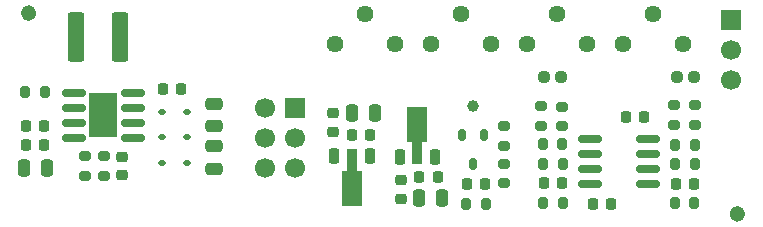
<source format=gbr>
%TF.GenerationSoftware,KiCad,Pcbnew,9.0.6-9.0.6~ubuntu24.04.1*%
%TF.CreationDate,2025-11-20T00:47:47+08:00*%
%TF.ProjectId,ksoloti-gills-cv-expander,6b736f6c-6f74-4692-9d67-696c6c732d63,v0.3*%
%TF.SameCoordinates,Original*%
%TF.FileFunction,Soldermask,Top*%
%TF.FilePolarity,Negative*%
%FSLAX46Y46*%
G04 Gerber Fmt 4.6, Leading zero omitted, Abs format (unit mm)*
G04 Created by KiCad (PCBNEW 9.0.6-9.0.6~ubuntu24.04.1) date 2025-11-20 00:47:47*
%MOMM*%
%LPD*%
G01*
G04 APERTURE LIST*
G04 Aperture macros list*
%AMRoundRect*
0 Rectangle with rounded corners*
0 $1 Rounding radius*
0 $2 $3 $4 $5 $6 $7 $8 $9 X,Y pos of 4 corners*
0 Add a 4 corners polygon primitive as box body*
4,1,4,$2,$3,$4,$5,$6,$7,$8,$9,$2,$3,0*
0 Add four circle primitives for the rounded corners*
1,1,$1+$1,$2,$3*
1,1,$1+$1,$4,$5*
1,1,$1+$1,$6,$7*
1,1,$1+$1,$8,$9*
0 Add four rect primitives between the rounded corners*
20,1,$1+$1,$2,$3,$4,$5,0*
20,1,$1+$1,$4,$5,$6,$7,0*
20,1,$1+$1,$6,$7,$8,$9,0*
20,1,$1+$1,$8,$9,$2,$3,0*%
%AMFreePoly0*
4,1,9,3.862500,-0.866500,0.937500,-0.866500,0.937500,-0.450000,-0.937500,-0.450000,-0.937500,0.450000,0.937500,0.450000,0.937500,0.866500,3.862500,0.866500,3.862500,-0.866500,3.862500,-0.866500,$1*%
G04 Aperture macros list end*
%ADD10C,0.650000*%
%ADD11RoundRect,0.250000X0.250000X0.475000X-0.250000X0.475000X-0.250000X-0.475000X0.250000X-0.475000X0*%
%ADD12RoundRect,0.200000X0.200000X0.275000X-0.200000X0.275000X-0.200000X-0.275000X0.200000X-0.275000X0*%
%ADD13RoundRect,0.237500X0.237500X0.237500X-0.237500X0.237500X-0.237500X-0.237500X0.237500X-0.237500X0*%
%ADD14RoundRect,0.225000X0.225000X0.250000X-0.225000X0.250000X-0.225000X-0.250000X0.225000X-0.250000X0*%
%ADD15RoundRect,0.225000X-0.225000X-0.250000X0.225000X-0.250000X0.225000X0.250000X-0.225000X0.250000X0*%
%ADD16RoundRect,0.200000X-0.200000X-0.275000X0.200000X-0.275000X0.200000X0.275000X-0.200000X0.275000X0*%
%ADD17RoundRect,0.175000X-0.175000X0.325000X-0.175000X-0.325000X0.175000X-0.325000X0.175000X0.325000X0*%
%ADD18RoundRect,0.112500X-0.187500X-0.112500X0.187500X-0.112500X0.187500X0.112500X-0.187500X0.112500X0*%
%ADD19RoundRect,0.200000X-0.275000X0.200000X-0.275000X-0.200000X0.275000X-0.200000X0.275000X0.200000X0*%
%ADD20RoundRect,0.112500X0.187500X0.112500X-0.187500X0.112500X-0.187500X-0.112500X0.187500X-0.112500X0*%
%ADD21RoundRect,0.225000X-0.250000X0.225000X-0.250000X-0.225000X0.250000X-0.225000X0.250000X0.225000X0*%
%ADD22RoundRect,0.200000X0.275000X-0.200000X0.275000X0.200000X-0.275000X0.200000X-0.275000X-0.200000X0*%
%ADD23RoundRect,0.225000X0.250000X-0.225000X0.250000X0.225000X-0.250000X0.225000X-0.250000X-0.225000X0*%
%ADD24RoundRect,0.150000X-0.825000X-0.150000X0.825000X-0.150000X0.825000X0.150000X-0.825000X0.150000X0*%
%ADD25R,2.410000X3.810000*%
%ADD26RoundRect,0.250000X0.475000X-0.250000X0.475000X0.250000X-0.475000X0.250000X-0.475000X-0.250000X0*%
%ADD27RoundRect,0.225000X0.225000X-0.425000X0.225000X0.425000X-0.225000X0.425000X-0.225000X-0.425000X0*%
%ADD28FreePoly0,90.000000*%
%ADD29RoundRect,0.150000X0.825000X0.150000X-0.825000X0.150000X-0.825000X-0.150000X0.825000X-0.150000X0*%
%ADD30RoundRect,0.249999X-0.450001X-1.850001X0.450001X-1.850001X0.450001X1.850001X-0.450001X1.850001X0*%
%ADD31C,1.000000*%
%ADD32RoundRect,0.225000X-0.225000X0.425000X-0.225000X-0.425000X0.225000X-0.425000X0.225000X0.425000X0*%
%ADD33FreePoly0,270.000000*%
%ADD34C,1.440000*%
%ADD35R,1.700000X1.700000*%
%ADD36C,1.700000*%
G04 APERTURE END LIST*
%TO.C,FID1*%
D10*
X-22215000Y8000000D02*
G75*
G02*
X-22865000Y8000000I-325000J0D01*
G01*
X-22865000Y8000000D02*
G75*
G02*
X-22215000Y8000000I325000J0D01*
G01*
%TO.C,FID2*%
X37785000Y-9000000D02*
G75*
G02*
X37135000Y-9000000I-325000J0D01*
G01*
X37135000Y-9000000D02*
G75*
G02*
X37785000Y-9000000I325000J0D01*
G01*
%TD*%
D11*
%TO.C,C16*%
X12440000Y-7683000D03*
X10540000Y-7683000D03*
%TD*%
D12*
%TO.C,R14*%
X33847000Y-3156000D03*
X32197000Y-3156000D03*
%TD*%
D13*
%TO.C,JP1*%
X22540000Y2555000D03*
X21090000Y2555000D03*
%TD*%
D14*
%TO.C,C4*%
X16113000Y-6477000D03*
X14563000Y-6477000D03*
%TD*%
D11*
%TO.C,C1*%
X-21021000Y-5110000D03*
X-22921000Y-5110000D03*
%TD*%
D15*
%TO.C,C7*%
X25231000Y-8185000D03*
X26781000Y-8185000D03*
%TD*%
D16*
%TO.C,R13*%
X20990000Y-3105000D03*
X22640000Y-3105000D03*
%TD*%
%TO.C,R12*%
X32197000Y-4791000D03*
X33847000Y-4791000D03*
%TD*%
D15*
%TO.C,C18*%
X32247000Y-6442000D03*
X33797000Y-6442000D03*
%TD*%
D17*
%TO.C,U4*%
X16034000Y-2356000D03*
X14134000Y-2356000D03*
X15084000Y-4756000D03*
%TD*%
D11*
%TO.C,C15*%
X6750400Y-494800D03*
X4850400Y-494800D03*
%TD*%
D16*
%TO.C,R15*%
X21021000Y-8058000D03*
X22671000Y-8058000D03*
%TD*%
D18*
%TO.C,D2*%
X-11212000Y-4684000D03*
X-9112000Y-4684000D03*
%TD*%
D19*
%TO.C,R8*%
X22601000Y82000D03*
X22601000Y-1568000D03*
%TD*%
D20*
%TO.C,D1*%
X-9113200Y-2525000D03*
X-11213200Y-2525000D03*
%TD*%
D14*
%TO.C,C14*%
X12083099Y-5905000D03*
X10533099Y-5905000D03*
%TD*%
D21*
%TO.C,C12*%
X8950000Y-6146000D03*
X8950000Y-7696000D03*
%TD*%
D22*
%TO.C,R5*%
X-16196000Y-5782000D03*
X-16196000Y-4132000D03*
%TD*%
D14*
%TO.C,C8*%
X29597200Y-819000D03*
X28047200Y-819000D03*
%TD*%
D12*
%TO.C,R11*%
X22671000Y-4791000D03*
X21021000Y-4791000D03*
%TD*%
D19*
%TO.C,R9*%
X32126000Y209000D03*
X32126000Y-1441000D03*
%TD*%
D23*
%TO.C,C6*%
X-14605000Y-5745000D03*
X-14605000Y-4195000D03*
%TD*%
D14*
%TO.C,C2*%
X-21202800Y-3205000D03*
X-22752800Y-3205000D03*
%TD*%
D12*
%TO.C,R16*%
X33816000Y-8058000D03*
X32166000Y-8058000D03*
%TD*%
D24*
%TO.C,U1*%
X-18672800Y1240000D03*
X-18672800Y-30000D03*
X-18672800Y-1300000D03*
X-18672800Y-2570000D03*
X-13722800Y-2570000D03*
X-13722800Y-1300000D03*
X-13722800Y-30000D03*
X-13722800Y1240000D03*
D25*
X-16197800Y-665000D03*
%TD*%
D16*
%TO.C,R4*%
X-22802800Y1294000D03*
X-21152800Y1294000D03*
%TD*%
D14*
%TO.C,C13*%
X6372200Y-2323600D03*
X4822200Y-2323600D03*
%TD*%
D20*
%TO.C,D3*%
X-9112000Y-366000D03*
X-11212000Y-366000D03*
%TD*%
D14*
%TO.C,C3*%
X-21202800Y-1554000D03*
X-22752800Y-1554000D03*
%TD*%
D15*
%TO.C,C5*%
X-11192200Y1539000D03*
X-9642200Y1539000D03*
%TD*%
D26*
%TO.C,C9*%
X-6863000Y-5171000D03*
X-6863000Y-3271000D03*
%TD*%
D27*
%TO.C,U3*%
X8885000Y-4142651D03*
D28*
X10385000Y-3855151D03*
D27*
X11885000Y-4142651D03*
%TD*%
D29*
%TO.C,U5*%
X29909000Y-6442000D03*
X29909000Y-5172000D03*
X29909000Y-3902000D03*
X29909000Y-2632000D03*
X24959000Y-2632000D03*
X24959000Y-3902000D03*
X24959000Y-5172000D03*
X24959000Y-6442000D03*
%TD*%
D22*
%TO.C,R1*%
X17751000Y-6413000D03*
X17751000Y-4763000D03*
%TD*%
D19*
%TO.C,R7*%
X20823000Y106000D03*
X20823000Y-1544000D03*
%TD*%
D16*
%TO.C,R3*%
X14513000Y-8128000D03*
X16163000Y-8128000D03*
%TD*%
D26*
%TO.C,C10*%
X-6863000Y-1570000D03*
X-6863000Y330000D03*
%TD*%
D19*
%TO.C,R6*%
X-17783000Y-4132000D03*
X-17783000Y-5782000D03*
%TD*%
D30*
%TO.C,L1*%
X-18487000Y6000000D03*
X-14787000Y6000000D03*
%TD*%
D15*
%TO.C,C17*%
X21071000Y-6407000D03*
X22621000Y-6407000D03*
%TD*%
D31*
%TO.C,TP1*%
X15113000Y127000D03*
%TD*%
D22*
%TO.C,R2*%
X17751000Y-3238000D03*
X17751000Y-1588000D03*
%TD*%
D32*
%TO.C,U2*%
X6326800Y-4131000D03*
D33*
X4826800Y-4418500D03*
D32*
X3326800Y-4131000D03*
%TD*%
D19*
%TO.C,R10*%
X33909000Y209000D03*
X33909000Y-1441000D03*
%TD*%
D13*
%TO.C,JP2*%
X33786000Y2555000D03*
X32336000Y2555000D03*
%TD*%
D23*
%TO.C,C11*%
X3260400Y-2031800D03*
X3260400Y-481800D03*
%TD*%
D34*
%TO.C,TR4*%
X27806200Y5347200D03*
X30346200Y7887200D03*
X32886200Y5347200D03*
%TD*%
%TO.C,TR3*%
X19678200Y5347200D03*
X22218200Y7887200D03*
X24758200Y5347200D03*
%TD*%
D35*
%TO.C,J1*%
X0Y0D03*
D36*
X-2540000Y0D03*
X0Y-2540000D03*
X-2540000Y-2540000D03*
X0Y-5080000D03*
X-2540000Y-5080000D03*
%TD*%
D34*
%TO.C,TR1*%
X3422200Y5347200D03*
X5962200Y7887200D03*
X8502200Y5347200D03*
%TD*%
D35*
%TO.C,J2*%
X36920000Y7460000D03*
D36*
X36920000Y4920000D03*
X36920000Y2380000D03*
%TD*%
D34*
%TO.C,TR2*%
X11550200Y5347200D03*
X14090200Y7887200D03*
X16630200Y5347200D03*
%TD*%
M02*

</source>
